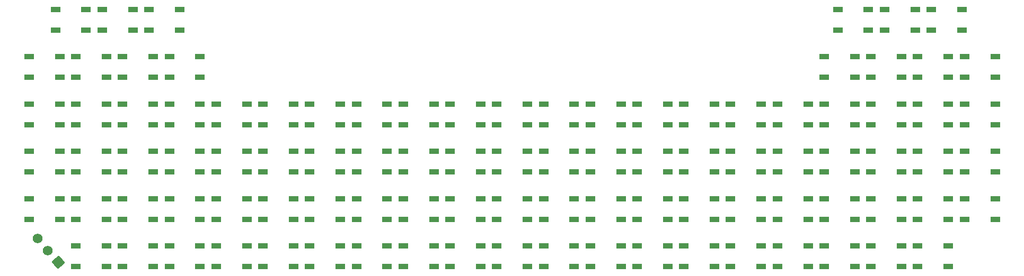
<source format=gbr>
%TF.GenerationSoftware,KiCad,Pcbnew,8.0.3*%
%TF.CreationDate,2024-06-18T13:15:14+02:00*%
%TF.ProjectId,bd1-board,6264312d-626f-4617-9264-2e6b69636164,rev?*%
%TF.SameCoordinates,Original*%
%TF.FileFunction,Soldermask,Top*%
%TF.FilePolarity,Negative*%
%FSLAX46Y46*%
G04 Gerber Fmt 4.6, Leading zero omitted, Abs format (unit mm)*
G04 Created by KiCad (PCBNEW 8.0.3) date 2024-06-18 13:15:14*
%MOMM*%
%LPD*%
G01*
G04 APERTURE LIST*
G04 Aperture macros list*
%AMRoundRect*
0 Rectangle with rounded corners*
0 $1 Rounding radius*
0 $2 $3 $4 $5 $6 $7 $8 $9 X,Y pos of 4 corners*
0 Add a 4 corners polygon primitive as box body*
4,1,4,$2,$3,$4,$5,$6,$7,$8,$9,$2,$3,0*
0 Add four circle primitives for the rounded corners*
1,1,$1+$1,$2,$3*
1,1,$1+$1,$4,$5*
1,1,$1+$1,$6,$7*
1,1,$1+$1,$8,$9*
0 Add four rect primitives between the rounded corners*
20,1,$1+$1,$2,$3,$4,$5,0*
20,1,$1+$1,$4,$5,$6,$7,0*
20,1,$1+$1,$6,$7,$8,$9,0*
20,1,$1+$1,$8,$9,$2,$3,0*%
G04 Aperture macros list end*
%ADD10R,1.500000X0.900000*%
%ADD11RoundRect,0.102000X0.966376X-0.067576X0.067576X0.966376X-0.966376X0.067576X-0.067576X-0.966376X0*%
%ADD12C,1.574000*%
G04 APERTURE END LIST*
D10*
%TO.C,D49*%
X-23812000Y17078000D03*
X-23812000Y20378000D03*
X-28712000Y20378000D03*
X-28712000Y17078000D03*
%TD*%
%TO.C,D94*%
X50898000Y24654000D03*
X50898000Y27954000D03*
X45998000Y27954000D03*
X45998000Y24654000D03*
%TD*%
%TO.C,D72*%
X21014000Y9508000D03*
X21014000Y12808000D03*
X16114000Y12808000D03*
X16114000Y9508000D03*
%TD*%
%TO.C,D3*%
X-98522000Y24654000D03*
X-98522000Y27954000D03*
X-103422000Y27954000D03*
X-103422000Y24654000D03*
%TD*%
%TO.C,D71*%
X21014000Y1926000D03*
X21014000Y5226000D03*
X16114000Y5226000D03*
X16114000Y1926000D03*
%TD*%
%TO.C,D12*%
X-83580000Y1926000D03*
X-83580000Y5226000D03*
X-88480000Y5226000D03*
X-88480000Y1926000D03*
%TD*%
%TO.C,D89*%
X43427000Y24654000D03*
X43427000Y27954000D03*
X38527000Y27954000D03*
X38527000Y24654000D03*
%TD*%
%TO.C,D27*%
X-61167000Y1926000D03*
X-61167000Y5226000D03*
X-66067000Y5226000D03*
X-66067000Y1926000D03*
%TD*%
%TO.C,D79*%
X28485000Y32227000D03*
X28485000Y35527000D03*
X23585000Y35527000D03*
X23585000Y32227000D03*
%TD*%
%TO.C,D35*%
X-46225000Y1926000D03*
X-46225000Y5226000D03*
X-51125000Y5226000D03*
X-51125000Y1926000D03*
%TD*%
%TO.C,D28*%
X-61167000Y9508000D03*
X-61167000Y12808000D03*
X-66067000Y12808000D03*
X-66067000Y9508000D03*
%TD*%
%TO.C,D5*%
X-94320000Y39802000D03*
X-94320000Y43102000D03*
X-99220000Y43102000D03*
X-99220000Y39802000D03*
%TD*%
%TO.C,D51*%
X-16341000Y1926000D03*
X-16341000Y5226000D03*
X-21241000Y5226000D03*
X-21241000Y1926000D03*
%TD*%
%TO.C,D92*%
X50898000Y9508000D03*
X50898000Y12808000D03*
X45998000Y12808000D03*
X45998000Y9508000D03*
%TD*%
%TO.C,D52*%
X-16341000Y9508000D03*
X-16341000Y12808000D03*
X-21241000Y12808000D03*
X-21241000Y9508000D03*
%TD*%
%TO.C,D30*%
X-61167000Y24654000D03*
X-61167000Y27954000D03*
X-66067000Y27954000D03*
X-66067000Y24654000D03*
%TD*%
%TO.C,D68*%
X13543000Y9508000D03*
X13543000Y12808000D03*
X8643000Y12808000D03*
X8643000Y9508000D03*
%TD*%
%TO.C,D56*%
X-8870000Y9508000D03*
X-8870000Y12808000D03*
X-13770000Y12808000D03*
X-13770000Y9508000D03*
%TD*%
%TO.C,D21*%
X-76109000Y24654000D03*
X-76109000Y27954000D03*
X-81009000Y27954000D03*
X-81009000Y24654000D03*
%TD*%
%TO.C,D88*%
X43427000Y17078000D03*
X43427000Y20378000D03*
X38527000Y20378000D03*
X38527000Y17078000D03*
%TD*%
%TO.C,D8*%
X-91051000Y17078000D03*
X-91051000Y20378000D03*
X-95951000Y20378000D03*
X-95951000Y17078000D03*
%TD*%
%TO.C,D40*%
X-38754000Y9508000D03*
X-38754000Y12808000D03*
X-43654000Y12808000D03*
X-43654000Y9508000D03*
%TD*%
%TO.C,D39*%
X-38754000Y1926000D03*
X-38754000Y5226000D03*
X-43654000Y5226000D03*
X-43654000Y1926000D03*
%TD*%
%TO.C,D62*%
X-1399000Y24654000D03*
X-1399000Y27954000D03*
X-6299000Y27954000D03*
X-6299000Y24654000D03*
%TD*%
%TO.C,D91*%
X38126000Y39802000D03*
X38126000Y43102000D03*
X33226000Y43102000D03*
X33226000Y39802000D03*
%TD*%
%TO.C,D58*%
X-8870000Y24654000D03*
X-8870000Y27954000D03*
X-13770000Y27954000D03*
X-13770000Y24654000D03*
%TD*%
%TO.C,D42*%
X-38754000Y24654000D03*
X-38754000Y27954000D03*
X-43654000Y27954000D03*
X-43654000Y24654000D03*
%TD*%
%TO.C,D73*%
X21014000Y17078000D03*
X21014000Y20378000D03*
X16114000Y20378000D03*
X16114000Y17078000D03*
%TD*%
%TO.C,D54*%
X-16341000Y24654000D03*
X-16341000Y27954000D03*
X-21241000Y27954000D03*
X-21241000Y24654000D03*
%TD*%
%TO.C,D81*%
X35956000Y9508000D03*
X35956000Y12808000D03*
X31056000Y12808000D03*
X31056000Y9508000D03*
%TD*%
%TO.C,D7*%
X-91051000Y9508000D03*
X-91051000Y12808000D03*
X-95951000Y12808000D03*
X-95951000Y9508000D03*
%TD*%
%TO.C,D86*%
X43427000Y1926000D03*
X43427000Y5226000D03*
X38527000Y5226000D03*
X38527000Y1926000D03*
%TD*%
%TO.C,D76*%
X28485000Y9508000D03*
X28485000Y12808000D03*
X23585000Y12808000D03*
X23585000Y9508000D03*
%TD*%
%TO.C,D45*%
X-31283000Y17078000D03*
X-31283000Y20378000D03*
X-36183000Y20378000D03*
X-36183000Y17078000D03*
%TD*%
%TO.C,D9*%
X-91051000Y24654000D03*
X-91051000Y27954000D03*
X-95951000Y27954000D03*
X-95951000Y24654000D03*
%TD*%
%TO.C,D46*%
X-31283000Y24654000D03*
X-31283000Y27954000D03*
X-36183000Y27954000D03*
X-36183000Y24654000D03*
%TD*%
%TO.C,D53*%
X-16341000Y17078000D03*
X-16341000Y20378000D03*
X-21241000Y20378000D03*
X-21241000Y17078000D03*
%TD*%
%TO.C,D2*%
X-98522000Y17078000D03*
X-98522000Y20378000D03*
X-103422000Y20378000D03*
X-103422000Y17078000D03*
%TD*%
%TO.C,D57*%
X-8870000Y17078000D03*
X-8870000Y20378000D03*
X-13770000Y20378000D03*
X-13770000Y17078000D03*
%TD*%
%TO.C,D36*%
X-46225000Y9508000D03*
X-46225000Y12808000D03*
X-51125000Y12808000D03*
X-51125000Y9508000D03*
%TD*%
%TO.C,D69*%
X13543000Y17078000D03*
X13543000Y20378000D03*
X8643000Y20378000D03*
X8643000Y17078000D03*
%TD*%
%TO.C,D82*%
X35956000Y17078000D03*
X35956000Y20378000D03*
X31056000Y20378000D03*
X31056000Y17078000D03*
%TD*%
%TO.C,D19*%
X-76109000Y9508000D03*
X-76109000Y12808000D03*
X-81009000Y12808000D03*
X-81009000Y9508000D03*
%TD*%
%TO.C,D23*%
X-68638000Y1926000D03*
X-68638000Y5226000D03*
X-73538000Y5226000D03*
X-73538000Y1926000D03*
%TD*%
%TO.C,D60*%
X-1399000Y9508000D03*
X-1399000Y12808000D03*
X-6299000Y12808000D03*
X-6299000Y9508000D03*
%TD*%
%TO.C,D6*%
X-91051000Y1926000D03*
X-91051000Y5226000D03*
X-95951000Y5226000D03*
X-95951000Y1926000D03*
%TD*%
%TO.C,D1*%
X-98522000Y9508000D03*
X-98522000Y12808000D03*
X-103422000Y12808000D03*
X-103422000Y9508000D03*
%TD*%
%TO.C,D10*%
X-91051000Y32227000D03*
X-91051000Y35527000D03*
X-95951000Y35527000D03*
X-95951000Y32227000D03*
%TD*%
%TO.C,D41*%
X-38754000Y17078000D03*
X-38754000Y20378000D03*
X-43654000Y20378000D03*
X-43654000Y17078000D03*
%TD*%
%TO.C,D11*%
X-86849000Y39802000D03*
X-86849000Y43102000D03*
X-91749000Y43102000D03*
X-91749000Y39802000D03*
%TD*%
%TO.C,D75*%
X28485000Y1926000D03*
X28485000Y5226000D03*
X23585000Y5226000D03*
X23585000Y1926000D03*
%TD*%
%TO.C,D25*%
X-68638000Y17078000D03*
X-68638000Y20378000D03*
X-73538000Y20378000D03*
X-73538000Y17078000D03*
%TD*%
%TO.C,D31*%
X-53696000Y1926000D03*
X-53696000Y5226000D03*
X-58596000Y5226000D03*
X-58596000Y1926000D03*
%TD*%
%TO.C,D67*%
X13543000Y1926000D03*
X13543000Y5226000D03*
X8643000Y5226000D03*
X8643000Y1926000D03*
%TD*%
%TO.C,D32*%
X-53696000Y9508000D03*
X-53696000Y12808000D03*
X-58596000Y12808000D03*
X-58596000Y9508000D03*
%TD*%
%TO.C,D63*%
X6072000Y1926000D03*
X6072000Y5226000D03*
X1172000Y5226000D03*
X1172000Y1926000D03*
%TD*%
%TO.C,D43*%
X-31283000Y1926000D03*
X-31283000Y5226000D03*
X-36183000Y5226000D03*
X-36183000Y1926000D03*
%TD*%
%TO.C,D95*%
X50898000Y32227000D03*
X50898000Y35527000D03*
X45998000Y35527000D03*
X45998000Y32227000D03*
%TD*%
%TO.C,D16*%
X-83580000Y32227000D03*
X-83580000Y35527000D03*
X-88480000Y35527000D03*
X-88480000Y32227000D03*
%TD*%
%TO.C,D47*%
X-23812000Y1926000D03*
X-23812000Y5226000D03*
X-28712000Y5226000D03*
X-28712000Y1926000D03*
%TD*%
%TO.C,D66*%
X6072000Y24654000D03*
X6072000Y27954000D03*
X1172000Y27954000D03*
X1172000Y24654000D03*
%TD*%
%TO.C,D84*%
X35956000Y32227000D03*
X35956000Y35527000D03*
X31056000Y35527000D03*
X31056000Y32227000D03*
%TD*%
%TO.C,D70*%
X13543000Y24654000D03*
X13543000Y27954000D03*
X8643000Y27954000D03*
X8643000Y24654000D03*
%TD*%
%TO.C,D87*%
X43427000Y9508000D03*
X43427000Y12808000D03*
X38527000Y12808000D03*
X38527000Y9508000D03*
%TD*%
%TO.C,D55*%
X-8870000Y1926000D03*
X-8870000Y5226000D03*
X-13770000Y5226000D03*
X-13770000Y1926000D03*
%TD*%
%TO.C,D14*%
X-83580000Y17078000D03*
X-83580000Y20378000D03*
X-88480000Y20378000D03*
X-88480000Y17078000D03*
%TD*%
%TO.C,D33*%
X-53696000Y17078000D03*
X-53696000Y20378000D03*
X-58596000Y20378000D03*
X-58596000Y17078000D03*
%TD*%
%TO.C,D15*%
X-83580000Y24654000D03*
X-83580000Y27954000D03*
X-88480000Y27954000D03*
X-88480000Y24654000D03*
%TD*%
%TO.C,D74*%
X21014000Y24654000D03*
X21014000Y27954000D03*
X16114000Y27954000D03*
X16114000Y24654000D03*
%TD*%
%TO.C,D85*%
X30655000Y39802000D03*
X30655000Y43102000D03*
X25755000Y43102000D03*
X25755000Y39802000D03*
%TD*%
%TO.C,D93*%
X50898000Y17078000D03*
X50898000Y20378000D03*
X45998000Y20378000D03*
X45998000Y17078000D03*
%TD*%
%TO.C,D77*%
X28485000Y17078000D03*
X28485000Y20378000D03*
X23585000Y20378000D03*
X23585000Y17078000D03*
%TD*%
%TO.C,D4*%
X-98522000Y32227000D03*
X-98522000Y35527000D03*
X-103422000Y35527000D03*
X-103422000Y32227000D03*
%TD*%
%TO.C,D18*%
X-76109000Y1926000D03*
X-76109000Y5226000D03*
X-81009000Y5226000D03*
X-81009000Y1926000D03*
%TD*%
%TO.C,D20*%
X-76109000Y17078000D03*
X-76109000Y20378000D03*
X-81009000Y20378000D03*
X-81009000Y17078000D03*
%TD*%
%TO.C,D50*%
X-23812000Y24654000D03*
X-23812000Y27954000D03*
X-28712000Y27954000D03*
X-28712000Y24654000D03*
%TD*%
%TO.C,D17*%
X-79380000Y39802000D03*
X-79380000Y43102000D03*
X-84280000Y43102000D03*
X-84280000Y39802000D03*
%TD*%
%TO.C,D26*%
X-68638000Y24654000D03*
X-68638000Y27954000D03*
X-73538000Y27954000D03*
X-73538000Y24654000D03*
%TD*%
%TO.C,D44*%
X-31283000Y9508000D03*
X-31283000Y12808000D03*
X-36183000Y12808000D03*
X-36183000Y9508000D03*
%TD*%
%TO.C,D59*%
X-1399000Y1926000D03*
X-1399000Y5226000D03*
X-6299000Y5226000D03*
X-6299000Y1926000D03*
%TD*%
%TO.C,D80*%
X35956000Y1926000D03*
X35956000Y5226000D03*
X31056000Y5226000D03*
X31056000Y1926000D03*
%TD*%
%TO.C,D24*%
X-68638000Y9508000D03*
X-68638000Y12808000D03*
X-73538000Y12808000D03*
X-73538000Y9508000D03*
%TD*%
%TO.C,D38*%
X-46225000Y24654000D03*
X-46225000Y27954000D03*
X-51125000Y27954000D03*
X-51125000Y24654000D03*
%TD*%
%TO.C,D37*%
X-46225000Y17078000D03*
X-46225000Y20378000D03*
X-51125000Y20378000D03*
X-51125000Y17078000D03*
%TD*%
%TO.C,D90*%
X43427000Y32227000D03*
X43427000Y35527000D03*
X38527000Y35527000D03*
X38527000Y32227000D03*
%TD*%
%TO.C,D65*%
X6072000Y17078000D03*
X6072000Y20378000D03*
X1172000Y20378000D03*
X1172000Y17078000D03*
%TD*%
%TO.C,D78*%
X28485000Y24654000D03*
X28485000Y27954000D03*
X23585000Y27954000D03*
X23585000Y24654000D03*
%TD*%
%TO.C,D96*%
X45597000Y39802000D03*
X45597000Y43102000D03*
X40697000Y43102000D03*
X40697000Y39802000D03*
%TD*%
%TO.C,D83*%
X35956000Y24654000D03*
X35956000Y27954000D03*
X31056000Y27954000D03*
X31056000Y24654000D03*
%TD*%
%TO.C,D29*%
X-61167000Y17078000D03*
X-61167000Y20378000D03*
X-66067000Y20378000D03*
X-66067000Y17078000D03*
%TD*%
%TO.C,D22*%
X-76109000Y32227000D03*
X-76109000Y35527000D03*
X-81009000Y35527000D03*
X-81009000Y32227000D03*
%TD*%
%TO.C,D64*%
X6072000Y9508000D03*
X6072000Y12808000D03*
X1172000Y12808000D03*
X1172000Y9508000D03*
%TD*%
%TO.C,D34*%
X-53696000Y24654000D03*
X-53696000Y27954000D03*
X-58596000Y27954000D03*
X-58596000Y24654000D03*
%TD*%
%TO.C,D48*%
X-23812000Y9508000D03*
X-23812000Y12808000D03*
X-28712000Y12808000D03*
X-28712000Y9508000D03*
%TD*%
%TO.C,D61*%
X-1399000Y17078000D03*
X-1399000Y20378000D03*
X-6299000Y20378000D03*
X-6299000Y17078000D03*
%TD*%
%TO.C,D13*%
X-83580000Y9508000D03*
X-83580000Y12808000D03*
X-88480000Y12808000D03*
X-88480000Y9508000D03*
%TD*%
D11*
%TO.C,J1*%
X-98742611Y2596039D03*
D12*
X-100409000Y4513000D03*
X-102075389Y6429961D03*
%TD*%
M02*

</source>
